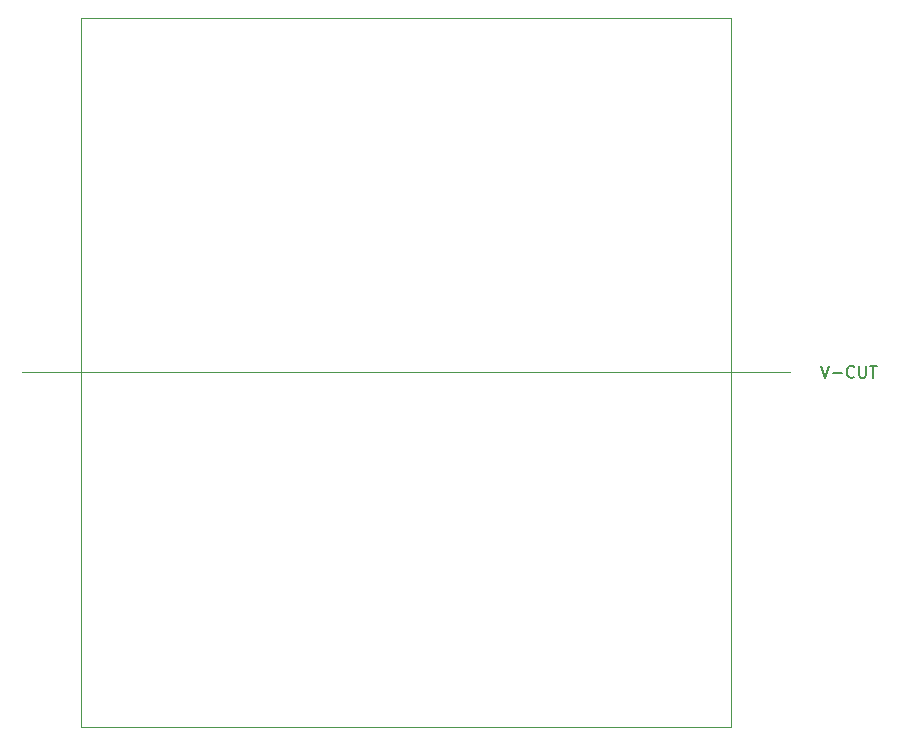
<source format=gko>
G04 #@! TF.GenerationSoftware,KiCad,Pcbnew,(5.1.4-0)*
G04 #@! TF.CreationDate,2019-09-26T23:54:48+09:00*
G04 #@! TF.ProjectId,PiRoombaBoard_ALL,5069526f-6f6d-4626-9142-6f6172645f41,1*
G04 #@! TF.SameCoordinates,PX490d2c0PY808e280*
G04 #@! TF.FileFunction,Other,ECO2*
%FSLAX46Y46*%
G04 Gerber Fmt 4.6, Leading zero omitted, Abs format (unit mm)*
G04 Created by KiCad (PCBNEW (5.1.4-0)) date 2019-09-26 23:54:48*
%MOMM*%
%LPD*%
G04 APERTURE LIST*
%ADD10C,0.150000*%
%ADD11C,0.100000*%
G04 APERTURE END LIST*
D10*
X62642857Y30547620D02*
X62976190Y29547620D01*
X63309523Y30547620D01*
X63642857Y29928572D02*
X64404761Y29928572D01*
X65452380Y29642858D02*
X65404761Y29595239D01*
X65261904Y29547620D01*
X65166666Y29547620D01*
X65023809Y29595239D01*
X64928571Y29690477D01*
X64880952Y29785715D01*
X64833333Y29976191D01*
X64833333Y30119048D01*
X64880952Y30309524D01*
X64928571Y30404762D01*
X65023809Y30500000D01*
X65166666Y30547620D01*
X65261904Y30547620D01*
X65404761Y30500000D01*
X65452380Y30452381D01*
X65880952Y30547620D02*
X65880952Y29738096D01*
X65928571Y29642858D01*
X65976190Y29595239D01*
X66071428Y29547620D01*
X66261904Y29547620D01*
X66357142Y29595239D01*
X66404761Y29642858D01*
X66452380Y29738096D01*
X66452380Y30547620D01*
X66785714Y30547620D02*
X67357142Y30547620D01*
X67071428Y29547620D02*
X67071428Y30547620D01*
D11*
X-5000000Y30000000D02*
X60000000Y30000000D01*
X0Y60000000D02*
X0Y0D01*
X55000000Y60000000D02*
X0Y60000000D01*
X55000000Y0D02*
X55000000Y60000000D01*
X0Y0D02*
X55000000Y0D01*
M02*

</source>
